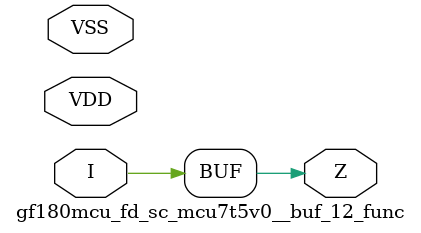
<source format=v>

module gf180mcu_fd_sc_mcu7t5v0__buf_12_func( I, Z, VDD, VSS );
input I;
inout VDD, VSS;
output Z;

	buf MGM_BG_0( Z, I );

endmodule

</source>
